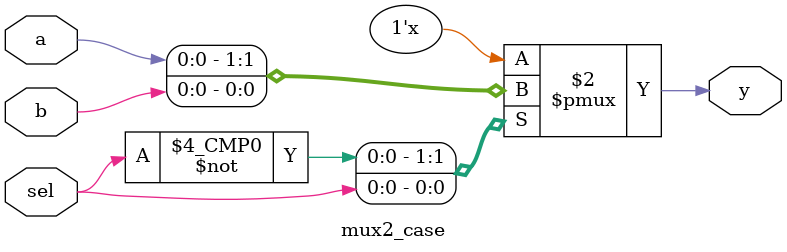
<source format=sv>
module mux2_case(
  input wire a,b,
  input wire sel,
  output reg y
);
  always @(*) begin
    case(sel)
      1'b0: y=a;
      1'b1: y=b;
      default : y=1'b0;
    endcase 
  end
endmodule
</source>
